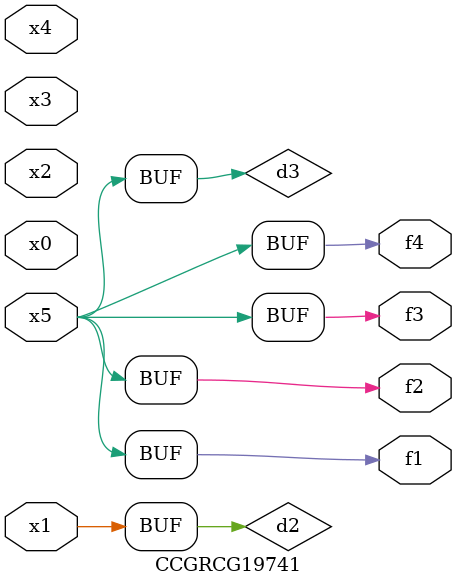
<source format=v>
module CCGRCG19741(
	input x0, x1, x2, x3, x4, x5,
	output f1, f2, f3, f4
);

	wire d1, d2, d3;

	not (d1, x5);
	or (d2, x1);
	xnor (d3, d1);
	assign f1 = d3;
	assign f2 = d3;
	assign f3 = d3;
	assign f4 = d3;
endmodule

</source>
